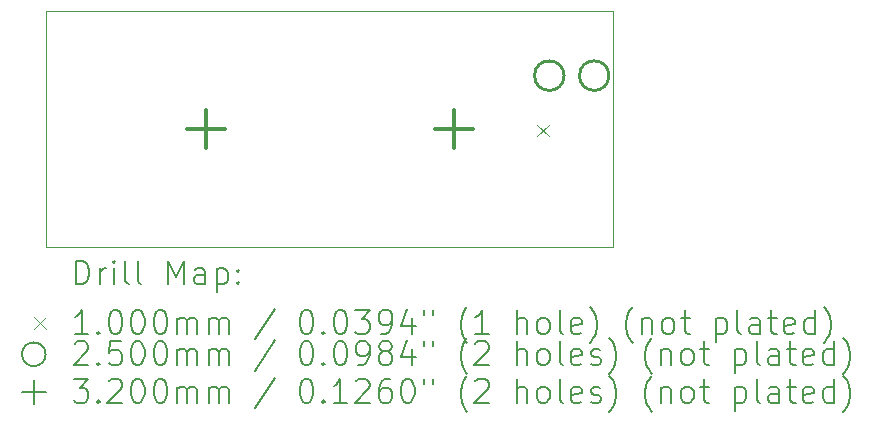
<source format=gbr>
%FSLAX45Y45*%
G04 Gerber Fmt 4.5, Leading zero omitted, Abs format (unit mm)*
G04 Created by KiCad (PCBNEW 6.0.2+dfsg-1) date 2022-08-15 18:10:56*
%MOMM*%
%LPD*%
G01*
G04 APERTURE LIST*
%TA.AperFunction,Profile*%
%ADD10C,0.100000*%
%TD*%
%ADD11C,0.200000*%
%ADD12C,0.100000*%
%ADD13C,0.250000*%
%ADD14C,0.320000*%
G04 APERTURE END LIST*
D10*
X12000000Y-5900000D02*
X12000000Y-3900000D01*
X12000000Y-3900000D02*
X16800000Y-3900000D01*
X16800000Y-5900000D02*
X12000000Y-5900000D01*
X16800000Y-3900000D02*
X16800000Y-5900000D01*
D11*
D12*
X16155000Y-4865000D02*
X16255000Y-4965000D01*
X16255000Y-4865000D02*
X16155000Y-4965000D01*
D13*
X16385000Y-4450000D02*
G75*
G03*
X16385000Y-4450000I-125000J0D01*
G01*
X16765000Y-4450000D02*
G75*
G03*
X16765000Y-4450000I-125000J0D01*
G01*
D14*
X13350000Y-4740000D02*
X13350000Y-5060000D01*
X13190000Y-4900000D02*
X13510000Y-4900000D01*
X15450000Y-4740000D02*
X15450000Y-5060000D01*
X15290000Y-4900000D02*
X15610000Y-4900000D01*
D11*
X12252619Y-6215476D02*
X12252619Y-6015476D01*
X12300238Y-6015476D01*
X12328809Y-6025000D01*
X12347857Y-6044048D01*
X12357381Y-6063095D01*
X12366905Y-6101190D01*
X12366905Y-6129762D01*
X12357381Y-6167857D01*
X12347857Y-6186905D01*
X12328809Y-6205952D01*
X12300238Y-6215476D01*
X12252619Y-6215476D01*
X12452619Y-6215476D02*
X12452619Y-6082143D01*
X12452619Y-6120238D02*
X12462143Y-6101190D01*
X12471667Y-6091667D01*
X12490714Y-6082143D01*
X12509762Y-6082143D01*
X12576428Y-6215476D02*
X12576428Y-6082143D01*
X12576428Y-6015476D02*
X12566905Y-6025000D01*
X12576428Y-6034524D01*
X12585952Y-6025000D01*
X12576428Y-6015476D01*
X12576428Y-6034524D01*
X12700238Y-6215476D02*
X12681190Y-6205952D01*
X12671667Y-6186905D01*
X12671667Y-6015476D01*
X12805000Y-6215476D02*
X12785952Y-6205952D01*
X12776428Y-6186905D01*
X12776428Y-6015476D01*
X13033571Y-6215476D02*
X13033571Y-6015476D01*
X13100238Y-6158333D01*
X13166905Y-6015476D01*
X13166905Y-6215476D01*
X13347857Y-6215476D02*
X13347857Y-6110714D01*
X13338333Y-6091667D01*
X13319286Y-6082143D01*
X13281190Y-6082143D01*
X13262143Y-6091667D01*
X13347857Y-6205952D02*
X13328809Y-6215476D01*
X13281190Y-6215476D01*
X13262143Y-6205952D01*
X13252619Y-6186905D01*
X13252619Y-6167857D01*
X13262143Y-6148809D01*
X13281190Y-6139286D01*
X13328809Y-6139286D01*
X13347857Y-6129762D01*
X13443095Y-6082143D02*
X13443095Y-6282143D01*
X13443095Y-6091667D02*
X13462143Y-6082143D01*
X13500238Y-6082143D01*
X13519286Y-6091667D01*
X13528809Y-6101190D01*
X13538333Y-6120238D01*
X13538333Y-6177381D01*
X13528809Y-6196428D01*
X13519286Y-6205952D01*
X13500238Y-6215476D01*
X13462143Y-6215476D01*
X13443095Y-6205952D01*
X13624048Y-6196428D02*
X13633571Y-6205952D01*
X13624048Y-6215476D01*
X13614524Y-6205952D01*
X13624048Y-6196428D01*
X13624048Y-6215476D01*
X13624048Y-6091667D02*
X13633571Y-6101190D01*
X13624048Y-6110714D01*
X13614524Y-6101190D01*
X13624048Y-6091667D01*
X13624048Y-6110714D01*
D12*
X11895000Y-6495000D02*
X11995000Y-6595000D01*
X11995000Y-6495000D02*
X11895000Y-6595000D01*
D11*
X12357381Y-6635476D02*
X12243095Y-6635476D01*
X12300238Y-6635476D02*
X12300238Y-6435476D01*
X12281190Y-6464048D01*
X12262143Y-6483095D01*
X12243095Y-6492619D01*
X12443095Y-6616428D02*
X12452619Y-6625952D01*
X12443095Y-6635476D01*
X12433571Y-6625952D01*
X12443095Y-6616428D01*
X12443095Y-6635476D01*
X12576428Y-6435476D02*
X12595476Y-6435476D01*
X12614524Y-6445000D01*
X12624048Y-6454524D01*
X12633571Y-6473571D01*
X12643095Y-6511667D01*
X12643095Y-6559286D01*
X12633571Y-6597381D01*
X12624048Y-6616428D01*
X12614524Y-6625952D01*
X12595476Y-6635476D01*
X12576428Y-6635476D01*
X12557381Y-6625952D01*
X12547857Y-6616428D01*
X12538333Y-6597381D01*
X12528809Y-6559286D01*
X12528809Y-6511667D01*
X12538333Y-6473571D01*
X12547857Y-6454524D01*
X12557381Y-6445000D01*
X12576428Y-6435476D01*
X12766905Y-6435476D02*
X12785952Y-6435476D01*
X12805000Y-6445000D01*
X12814524Y-6454524D01*
X12824048Y-6473571D01*
X12833571Y-6511667D01*
X12833571Y-6559286D01*
X12824048Y-6597381D01*
X12814524Y-6616428D01*
X12805000Y-6625952D01*
X12785952Y-6635476D01*
X12766905Y-6635476D01*
X12747857Y-6625952D01*
X12738333Y-6616428D01*
X12728809Y-6597381D01*
X12719286Y-6559286D01*
X12719286Y-6511667D01*
X12728809Y-6473571D01*
X12738333Y-6454524D01*
X12747857Y-6445000D01*
X12766905Y-6435476D01*
X12957381Y-6435476D02*
X12976428Y-6435476D01*
X12995476Y-6445000D01*
X13005000Y-6454524D01*
X13014524Y-6473571D01*
X13024048Y-6511667D01*
X13024048Y-6559286D01*
X13014524Y-6597381D01*
X13005000Y-6616428D01*
X12995476Y-6625952D01*
X12976428Y-6635476D01*
X12957381Y-6635476D01*
X12938333Y-6625952D01*
X12928809Y-6616428D01*
X12919286Y-6597381D01*
X12909762Y-6559286D01*
X12909762Y-6511667D01*
X12919286Y-6473571D01*
X12928809Y-6454524D01*
X12938333Y-6445000D01*
X12957381Y-6435476D01*
X13109762Y-6635476D02*
X13109762Y-6502143D01*
X13109762Y-6521190D02*
X13119286Y-6511667D01*
X13138333Y-6502143D01*
X13166905Y-6502143D01*
X13185952Y-6511667D01*
X13195476Y-6530714D01*
X13195476Y-6635476D01*
X13195476Y-6530714D02*
X13205000Y-6511667D01*
X13224048Y-6502143D01*
X13252619Y-6502143D01*
X13271667Y-6511667D01*
X13281190Y-6530714D01*
X13281190Y-6635476D01*
X13376428Y-6635476D02*
X13376428Y-6502143D01*
X13376428Y-6521190D02*
X13385952Y-6511667D01*
X13405000Y-6502143D01*
X13433571Y-6502143D01*
X13452619Y-6511667D01*
X13462143Y-6530714D01*
X13462143Y-6635476D01*
X13462143Y-6530714D02*
X13471667Y-6511667D01*
X13490714Y-6502143D01*
X13519286Y-6502143D01*
X13538333Y-6511667D01*
X13547857Y-6530714D01*
X13547857Y-6635476D01*
X13938333Y-6425952D02*
X13766905Y-6683095D01*
X14195476Y-6435476D02*
X14214524Y-6435476D01*
X14233571Y-6445000D01*
X14243095Y-6454524D01*
X14252619Y-6473571D01*
X14262143Y-6511667D01*
X14262143Y-6559286D01*
X14252619Y-6597381D01*
X14243095Y-6616428D01*
X14233571Y-6625952D01*
X14214524Y-6635476D01*
X14195476Y-6635476D01*
X14176428Y-6625952D01*
X14166905Y-6616428D01*
X14157381Y-6597381D01*
X14147857Y-6559286D01*
X14147857Y-6511667D01*
X14157381Y-6473571D01*
X14166905Y-6454524D01*
X14176428Y-6445000D01*
X14195476Y-6435476D01*
X14347857Y-6616428D02*
X14357381Y-6625952D01*
X14347857Y-6635476D01*
X14338333Y-6625952D01*
X14347857Y-6616428D01*
X14347857Y-6635476D01*
X14481190Y-6435476D02*
X14500238Y-6435476D01*
X14519286Y-6445000D01*
X14528809Y-6454524D01*
X14538333Y-6473571D01*
X14547857Y-6511667D01*
X14547857Y-6559286D01*
X14538333Y-6597381D01*
X14528809Y-6616428D01*
X14519286Y-6625952D01*
X14500238Y-6635476D01*
X14481190Y-6635476D01*
X14462143Y-6625952D01*
X14452619Y-6616428D01*
X14443095Y-6597381D01*
X14433571Y-6559286D01*
X14433571Y-6511667D01*
X14443095Y-6473571D01*
X14452619Y-6454524D01*
X14462143Y-6445000D01*
X14481190Y-6435476D01*
X14614524Y-6435476D02*
X14738333Y-6435476D01*
X14671667Y-6511667D01*
X14700238Y-6511667D01*
X14719286Y-6521190D01*
X14728809Y-6530714D01*
X14738333Y-6549762D01*
X14738333Y-6597381D01*
X14728809Y-6616428D01*
X14719286Y-6625952D01*
X14700238Y-6635476D01*
X14643095Y-6635476D01*
X14624048Y-6625952D01*
X14614524Y-6616428D01*
X14833571Y-6635476D02*
X14871667Y-6635476D01*
X14890714Y-6625952D01*
X14900238Y-6616428D01*
X14919286Y-6587857D01*
X14928809Y-6549762D01*
X14928809Y-6473571D01*
X14919286Y-6454524D01*
X14909762Y-6445000D01*
X14890714Y-6435476D01*
X14852619Y-6435476D01*
X14833571Y-6445000D01*
X14824048Y-6454524D01*
X14814524Y-6473571D01*
X14814524Y-6521190D01*
X14824048Y-6540238D01*
X14833571Y-6549762D01*
X14852619Y-6559286D01*
X14890714Y-6559286D01*
X14909762Y-6549762D01*
X14919286Y-6540238D01*
X14928809Y-6521190D01*
X15100238Y-6502143D02*
X15100238Y-6635476D01*
X15052619Y-6425952D02*
X15005000Y-6568809D01*
X15128809Y-6568809D01*
X15195476Y-6435476D02*
X15195476Y-6473571D01*
X15271667Y-6435476D02*
X15271667Y-6473571D01*
X15566905Y-6711667D02*
X15557381Y-6702143D01*
X15538333Y-6673571D01*
X15528809Y-6654524D01*
X15519286Y-6625952D01*
X15509762Y-6578333D01*
X15509762Y-6540238D01*
X15519286Y-6492619D01*
X15528809Y-6464048D01*
X15538333Y-6445000D01*
X15557381Y-6416428D01*
X15566905Y-6406905D01*
X15747857Y-6635476D02*
X15633571Y-6635476D01*
X15690714Y-6635476D02*
X15690714Y-6435476D01*
X15671667Y-6464048D01*
X15652619Y-6483095D01*
X15633571Y-6492619D01*
X15985952Y-6635476D02*
X15985952Y-6435476D01*
X16071667Y-6635476D02*
X16071667Y-6530714D01*
X16062143Y-6511667D01*
X16043095Y-6502143D01*
X16014524Y-6502143D01*
X15995476Y-6511667D01*
X15985952Y-6521190D01*
X16195476Y-6635476D02*
X16176428Y-6625952D01*
X16166905Y-6616428D01*
X16157381Y-6597381D01*
X16157381Y-6540238D01*
X16166905Y-6521190D01*
X16176428Y-6511667D01*
X16195476Y-6502143D01*
X16224048Y-6502143D01*
X16243095Y-6511667D01*
X16252619Y-6521190D01*
X16262143Y-6540238D01*
X16262143Y-6597381D01*
X16252619Y-6616428D01*
X16243095Y-6625952D01*
X16224048Y-6635476D01*
X16195476Y-6635476D01*
X16376428Y-6635476D02*
X16357381Y-6625952D01*
X16347857Y-6606905D01*
X16347857Y-6435476D01*
X16528809Y-6625952D02*
X16509762Y-6635476D01*
X16471667Y-6635476D01*
X16452619Y-6625952D01*
X16443095Y-6606905D01*
X16443095Y-6530714D01*
X16452619Y-6511667D01*
X16471667Y-6502143D01*
X16509762Y-6502143D01*
X16528809Y-6511667D01*
X16538333Y-6530714D01*
X16538333Y-6549762D01*
X16443095Y-6568809D01*
X16605000Y-6711667D02*
X16614524Y-6702143D01*
X16633571Y-6673571D01*
X16643095Y-6654524D01*
X16652619Y-6625952D01*
X16662143Y-6578333D01*
X16662143Y-6540238D01*
X16652619Y-6492619D01*
X16643095Y-6464048D01*
X16633571Y-6445000D01*
X16614524Y-6416428D01*
X16605000Y-6406905D01*
X16966905Y-6711667D02*
X16957381Y-6702143D01*
X16938333Y-6673571D01*
X16928810Y-6654524D01*
X16919286Y-6625952D01*
X16909762Y-6578333D01*
X16909762Y-6540238D01*
X16919286Y-6492619D01*
X16928810Y-6464048D01*
X16938333Y-6445000D01*
X16957381Y-6416428D01*
X16966905Y-6406905D01*
X17043095Y-6502143D02*
X17043095Y-6635476D01*
X17043095Y-6521190D02*
X17052619Y-6511667D01*
X17071667Y-6502143D01*
X17100238Y-6502143D01*
X17119286Y-6511667D01*
X17128810Y-6530714D01*
X17128810Y-6635476D01*
X17252619Y-6635476D02*
X17233571Y-6625952D01*
X17224048Y-6616428D01*
X17214524Y-6597381D01*
X17214524Y-6540238D01*
X17224048Y-6521190D01*
X17233571Y-6511667D01*
X17252619Y-6502143D01*
X17281190Y-6502143D01*
X17300238Y-6511667D01*
X17309762Y-6521190D01*
X17319286Y-6540238D01*
X17319286Y-6597381D01*
X17309762Y-6616428D01*
X17300238Y-6625952D01*
X17281190Y-6635476D01*
X17252619Y-6635476D01*
X17376429Y-6502143D02*
X17452619Y-6502143D01*
X17405000Y-6435476D02*
X17405000Y-6606905D01*
X17414524Y-6625952D01*
X17433571Y-6635476D01*
X17452619Y-6635476D01*
X17671667Y-6502143D02*
X17671667Y-6702143D01*
X17671667Y-6511667D02*
X17690714Y-6502143D01*
X17728810Y-6502143D01*
X17747857Y-6511667D01*
X17757381Y-6521190D01*
X17766905Y-6540238D01*
X17766905Y-6597381D01*
X17757381Y-6616428D01*
X17747857Y-6625952D01*
X17728810Y-6635476D01*
X17690714Y-6635476D01*
X17671667Y-6625952D01*
X17881190Y-6635476D02*
X17862143Y-6625952D01*
X17852619Y-6606905D01*
X17852619Y-6435476D01*
X18043095Y-6635476D02*
X18043095Y-6530714D01*
X18033571Y-6511667D01*
X18014524Y-6502143D01*
X17976429Y-6502143D01*
X17957381Y-6511667D01*
X18043095Y-6625952D02*
X18024048Y-6635476D01*
X17976429Y-6635476D01*
X17957381Y-6625952D01*
X17947857Y-6606905D01*
X17947857Y-6587857D01*
X17957381Y-6568809D01*
X17976429Y-6559286D01*
X18024048Y-6559286D01*
X18043095Y-6549762D01*
X18109762Y-6502143D02*
X18185952Y-6502143D01*
X18138333Y-6435476D02*
X18138333Y-6606905D01*
X18147857Y-6625952D01*
X18166905Y-6635476D01*
X18185952Y-6635476D01*
X18328810Y-6625952D02*
X18309762Y-6635476D01*
X18271667Y-6635476D01*
X18252619Y-6625952D01*
X18243095Y-6606905D01*
X18243095Y-6530714D01*
X18252619Y-6511667D01*
X18271667Y-6502143D01*
X18309762Y-6502143D01*
X18328810Y-6511667D01*
X18338333Y-6530714D01*
X18338333Y-6549762D01*
X18243095Y-6568809D01*
X18509762Y-6635476D02*
X18509762Y-6435476D01*
X18509762Y-6625952D02*
X18490714Y-6635476D01*
X18452619Y-6635476D01*
X18433571Y-6625952D01*
X18424048Y-6616428D01*
X18414524Y-6597381D01*
X18414524Y-6540238D01*
X18424048Y-6521190D01*
X18433571Y-6511667D01*
X18452619Y-6502143D01*
X18490714Y-6502143D01*
X18509762Y-6511667D01*
X18585952Y-6711667D02*
X18595476Y-6702143D01*
X18614524Y-6673571D01*
X18624048Y-6654524D01*
X18633571Y-6625952D01*
X18643095Y-6578333D01*
X18643095Y-6540238D01*
X18633571Y-6492619D01*
X18624048Y-6464048D01*
X18614524Y-6445000D01*
X18595476Y-6416428D01*
X18585952Y-6406905D01*
X11995000Y-6809000D02*
G75*
G03*
X11995000Y-6809000I-100000J0D01*
G01*
X12243095Y-6718524D02*
X12252619Y-6709000D01*
X12271667Y-6699476D01*
X12319286Y-6699476D01*
X12338333Y-6709000D01*
X12347857Y-6718524D01*
X12357381Y-6737571D01*
X12357381Y-6756619D01*
X12347857Y-6785190D01*
X12233571Y-6899476D01*
X12357381Y-6899476D01*
X12443095Y-6880428D02*
X12452619Y-6889952D01*
X12443095Y-6899476D01*
X12433571Y-6889952D01*
X12443095Y-6880428D01*
X12443095Y-6899476D01*
X12633571Y-6699476D02*
X12538333Y-6699476D01*
X12528809Y-6794714D01*
X12538333Y-6785190D01*
X12557381Y-6775667D01*
X12605000Y-6775667D01*
X12624048Y-6785190D01*
X12633571Y-6794714D01*
X12643095Y-6813762D01*
X12643095Y-6861381D01*
X12633571Y-6880428D01*
X12624048Y-6889952D01*
X12605000Y-6899476D01*
X12557381Y-6899476D01*
X12538333Y-6889952D01*
X12528809Y-6880428D01*
X12766905Y-6699476D02*
X12785952Y-6699476D01*
X12805000Y-6709000D01*
X12814524Y-6718524D01*
X12824048Y-6737571D01*
X12833571Y-6775667D01*
X12833571Y-6823286D01*
X12824048Y-6861381D01*
X12814524Y-6880428D01*
X12805000Y-6889952D01*
X12785952Y-6899476D01*
X12766905Y-6899476D01*
X12747857Y-6889952D01*
X12738333Y-6880428D01*
X12728809Y-6861381D01*
X12719286Y-6823286D01*
X12719286Y-6775667D01*
X12728809Y-6737571D01*
X12738333Y-6718524D01*
X12747857Y-6709000D01*
X12766905Y-6699476D01*
X12957381Y-6699476D02*
X12976428Y-6699476D01*
X12995476Y-6709000D01*
X13005000Y-6718524D01*
X13014524Y-6737571D01*
X13024048Y-6775667D01*
X13024048Y-6823286D01*
X13014524Y-6861381D01*
X13005000Y-6880428D01*
X12995476Y-6889952D01*
X12976428Y-6899476D01*
X12957381Y-6899476D01*
X12938333Y-6889952D01*
X12928809Y-6880428D01*
X12919286Y-6861381D01*
X12909762Y-6823286D01*
X12909762Y-6775667D01*
X12919286Y-6737571D01*
X12928809Y-6718524D01*
X12938333Y-6709000D01*
X12957381Y-6699476D01*
X13109762Y-6899476D02*
X13109762Y-6766143D01*
X13109762Y-6785190D02*
X13119286Y-6775667D01*
X13138333Y-6766143D01*
X13166905Y-6766143D01*
X13185952Y-6775667D01*
X13195476Y-6794714D01*
X13195476Y-6899476D01*
X13195476Y-6794714D02*
X13205000Y-6775667D01*
X13224048Y-6766143D01*
X13252619Y-6766143D01*
X13271667Y-6775667D01*
X13281190Y-6794714D01*
X13281190Y-6899476D01*
X13376428Y-6899476D02*
X13376428Y-6766143D01*
X13376428Y-6785190D02*
X13385952Y-6775667D01*
X13405000Y-6766143D01*
X13433571Y-6766143D01*
X13452619Y-6775667D01*
X13462143Y-6794714D01*
X13462143Y-6899476D01*
X13462143Y-6794714D02*
X13471667Y-6775667D01*
X13490714Y-6766143D01*
X13519286Y-6766143D01*
X13538333Y-6775667D01*
X13547857Y-6794714D01*
X13547857Y-6899476D01*
X13938333Y-6689952D02*
X13766905Y-6947095D01*
X14195476Y-6699476D02*
X14214524Y-6699476D01*
X14233571Y-6709000D01*
X14243095Y-6718524D01*
X14252619Y-6737571D01*
X14262143Y-6775667D01*
X14262143Y-6823286D01*
X14252619Y-6861381D01*
X14243095Y-6880428D01*
X14233571Y-6889952D01*
X14214524Y-6899476D01*
X14195476Y-6899476D01*
X14176428Y-6889952D01*
X14166905Y-6880428D01*
X14157381Y-6861381D01*
X14147857Y-6823286D01*
X14147857Y-6775667D01*
X14157381Y-6737571D01*
X14166905Y-6718524D01*
X14176428Y-6709000D01*
X14195476Y-6699476D01*
X14347857Y-6880428D02*
X14357381Y-6889952D01*
X14347857Y-6899476D01*
X14338333Y-6889952D01*
X14347857Y-6880428D01*
X14347857Y-6899476D01*
X14481190Y-6699476D02*
X14500238Y-6699476D01*
X14519286Y-6709000D01*
X14528809Y-6718524D01*
X14538333Y-6737571D01*
X14547857Y-6775667D01*
X14547857Y-6823286D01*
X14538333Y-6861381D01*
X14528809Y-6880428D01*
X14519286Y-6889952D01*
X14500238Y-6899476D01*
X14481190Y-6899476D01*
X14462143Y-6889952D01*
X14452619Y-6880428D01*
X14443095Y-6861381D01*
X14433571Y-6823286D01*
X14433571Y-6775667D01*
X14443095Y-6737571D01*
X14452619Y-6718524D01*
X14462143Y-6709000D01*
X14481190Y-6699476D01*
X14643095Y-6899476D02*
X14681190Y-6899476D01*
X14700238Y-6889952D01*
X14709762Y-6880428D01*
X14728809Y-6851857D01*
X14738333Y-6813762D01*
X14738333Y-6737571D01*
X14728809Y-6718524D01*
X14719286Y-6709000D01*
X14700238Y-6699476D01*
X14662143Y-6699476D01*
X14643095Y-6709000D01*
X14633571Y-6718524D01*
X14624048Y-6737571D01*
X14624048Y-6785190D01*
X14633571Y-6804238D01*
X14643095Y-6813762D01*
X14662143Y-6823286D01*
X14700238Y-6823286D01*
X14719286Y-6813762D01*
X14728809Y-6804238D01*
X14738333Y-6785190D01*
X14852619Y-6785190D02*
X14833571Y-6775667D01*
X14824048Y-6766143D01*
X14814524Y-6747095D01*
X14814524Y-6737571D01*
X14824048Y-6718524D01*
X14833571Y-6709000D01*
X14852619Y-6699476D01*
X14890714Y-6699476D01*
X14909762Y-6709000D01*
X14919286Y-6718524D01*
X14928809Y-6737571D01*
X14928809Y-6747095D01*
X14919286Y-6766143D01*
X14909762Y-6775667D01*
X14890714Y-6785190D01*
X14852619Y-6785190D01*
X14833571Y-6794714D01*
X14824048Y-6804238D01*
X14814524Y-6823286D01*
X14814524Y-6861381D01*
X14824048Y-6880428D01*
X14833571Y-6889952D01*
X14852619Y-6899476D01*
X14890714Y-6899476D01*
X14909762Y-6889952D01*
X14919286Y-6880428D01*
X14928809Y-6861381D01*
X14928809Y-6823286D01*
X14919286Y-6804238D01*
X14909762Y-6794714D01*
X14890714Y-6785190D01*
X15100238Y-6766143D02*
X15100238Y-6899476D01*
X15052619Y-6689952D02*
X15005000Y-6832809D01*
X15128809Y-6832809D01*
X15195476Y-6699476D02*
X15195476Y-6737571D01*
X15271667Y-6699476D02*
X15271667Y-6737571D01*
X15566905Y-6975667D02*
X15557381Y-6966143D01*
X15538333Y-6937571D01*
X15528809Y-6918524D01*
X15519286Y-6889952D01*
X15509762Y-6842333D01*
X15509762Y-6804238D01*
X15519286Y-6756619D01*
X15528809Y-6728048D01*
X15538333Y-6709000D01*
X15557381Y-6680428D01*
X15566905Y-6670905D01*
X15633571Y-6718524D02*
X15643095Y-6709000D01*
X15662143Y-6699476D01*
X15709762Y-6699476D01*
X15728809Y-6709000D01*
X15738333Y-6718524D01*
X15747857Y-6737571D01*
X15747857Y-6756619D01*
X15738333Y-6785190D01*
X15624048Y-6899476D01*
X15747857Y-6899476D01*
X15985952Y-6899476D02*
X15985952Y-6699476D01*
X16071667Y-6899476D02*
X16071667Y-6794714D01*
X16062143Y-6775667D01*
X16043095Y-6766143D01*
X16014524Y-6766143D01*
X15995476Y-6775667D01*
X15985952Y-6785190D01*
X16195476Y-6899476D02*
X16176428Y-6889952D01*
X16166905Y-6880428D01*
X16157381Y-6861381D01*
X16157381Y-6804238D01*
X16166905Y-6785190D01*
X16176428Y-6775667D01*
X16195476Y-6766143D01*
X16224048Y-6766143D01*
X16243095Y-6775667D01*
X16252619Y-6785190D01*
X16262143Y-6804238D01*
X16262143Y-6861381D01*
X16252619Y-6880428D01*
X16243095Y-6889952D01*
X16224048Y-6899476D01*
X16195476Y-6899476D01*
X16376428Y-6899476D02*
X16357381Y-6889952D01*
X16347857Y-6870905D01*
X16347857Y-6699476D01*
X16528809Y-6889952D02*
X16509762Y-6899476D01*
X16471667Y-6899476D01*
X16452619Y-6889952D01*
X16443095Y-6870905D01*
X16443095Y-6794714D01*
X16452619Y-6775667D01*
X16471667Y-6766143D01*
X16509762Y-6766143D01*
X16528809Y-6775667D01*
X16538333Y-6794714D01*
X16538333Y-6813762D01*
X16443095Y-6832809D01*
X16614524Y-6889952D02*
X16633571Y-6899476D01*
X16671667Y-6899476D01*
X16690714Y-6889952D01*
X16700238Y-6870905D01*
X16700238Y-6861381D01*
X16690714Y-6842333D01*
X16671667Y-6832809D01*
X16643095Y-6832809D01*
X16624048Y-6823286D01*
X16614524Y-6804238D01*
X16614524Y-6794714D01*
X16624048Y-6775667D01*
X16643095Y-6766143D01*
X16671667Y-6766143D01*
X16690714Y-6775667D01*
X16766905Y-6975667D02*
X16776428Y-6966143D01*
X16795476Y-6937571D01*
X16805000Y-6918524D01*
X16814524Y-6889952D01*
X16824048Y-6842333D01*
X16824048Y-6804238D01*
X16814524Y-6756619D01*
X16805000Y-6728048D01*
X16795476Y-6709000D01*
X16776428Y-6680428D01*
X16766905Y-6670905D01*
X17128810Y-6975667D02*
X17119286Y-6966143D01*
X17100238Y-6937571D01*
X17090714Y-6918524D01*
X17081190Y-6889952D01*
X17071667Y-6842333D01*
X17071667Y-6804238D01*
X17081190Y-6756619D01*
X17090714Y-6728048D01*
X17100238Y-6709000D01*
X17119286Y-6680428D01*
X17128810Y-6670905D01*
X17205000Y-6766143D02*
X17205000Y-6899476D01*
X17205000Y-6785190D02*
X17214524Y-6775667D01*
X17233571Y-6766143D01*
X17262143Y-6766143D01*
X17281190Y-6775667D01*
X17290714Y-6794714D01*
X17290714Y-6899476D01*
X17414524Y-6899476D02*
X17395476Y-6889952D01*
X17385952Y-6880428D01*
X17376429Y-6861381D01*
X17376429Y-6804238D01*
X17385952Y-6785190D01*
X17395476Y-6775667D01*
X17414524Y-6766143D01*
X17443095Y-6766143D01*
X17462143Y-6775667D01*
X17471667Y-6785190D01*
X17481190Y-6804238D01*
X17481190Y-6861381D01*
X17471667Y-6880428D01*
X17462143Y-6889952D01*
X17443095Y-6899476D01*
X17414524Y-6899476D01*
X17538333Y-6766143D02*
X17614524Y-6766143D01*
X17566905Y-6699476D02*
X17566905Y-6870905D01*
X17576429Y-6889952D01*
X17595476Y-6899476D01*
X17614524Y-6899476D01*
X17833571Y-6766143D02*
X17833571Y-6966143D01*
X17833571Y-6775667D02*
X17852619Y-6766143D01*
X17890714Y-6766143D01*
X17909762Y-6775667D01*
X17919286Y-6785190D01*
X17928810Y-6804238D01*
X17928810Y-6861381D01*
X17919286Y-6880428D01*
X17909762Y-6889952D01*
X17890714Y-6899476D01*
X17852619Y-6899476D01*
X17833571Y-6889952D01*
X18043095Y-6899476D02*
X18024048Y-6889952D01*
X18014524Y-6870905D01*
X18014524Y-6699476D01*
X18205000Y-6899476D02*
X18205000Y-6794714D01*
X18195476Y-6775667D01*
X18176429Y-6766143D01*
X18138333Y-6766143D01*
X18119286Y-6775667D01*
X18205000Y-6889952D02*
X18185952Y-6899476D01*
X18138333Y-6899476D01*
X18119286Y-6889952D01*
X18109762Y-6870905D01*
X18109762Y-6851857D01*
X18119286Y-6832809D01*
X18138333Y-6823286D01*
X18185952Y-6823286D01*
X18205000Y-6813762D01*
X18271667Y-6766143D02*
X18347857Y-6766143D01*
X18300238Y-6699476D02*
X18300238Y-6870905D01*
X18309762Y-6889952D01*
X18328810Y-6899476D01*
X18347857Y-6899476D01*
X18490714Y-6889952D02*
X18471667Y-6899476D01*
X18433571Y-6899476D01*
X18414524Y-6889952D01*
X18405000Y-6870905D01*
X18405000Y-6794714D01*
X18414524Y-6775667D01*
X18433571Y-6766143D01*
X18471667Y-6766143D01*
X18490714Y-6775667D01*
X18500238Y-6794714D01*
X18500238Y-6813762D01*
X18405000Y-6832809D01*
X18671667Y-6899476D02*
X18671667Y-6699476D01*
X18671667Y-6889952D02*
X18652619Y-6899476D01*
X18614524Y-6899476D01*
X18595476Y-6889952D01*
X18585952Y-6880428D01*
X18576429Y-6861381D01*
X18576429Y-6804238D01*
X18585952Y-6785190D01*
X18595476Y-6775667D01*
X18614524Y-6766143D01*
X18652619Y-6766143D01*
X18671667Y-6775667D01*
X18747857Y-6975667D02*
X18757381Y-6966143D01*
X18776429Y-6937571D01*
X18785952Y-6918524D01*
X18795476Y-6889952D01*
X18805000Y-6842333D01*
X18805000Y-6804238D01*
X18795476Y-6756619D01*
X18785952Y-6728048D01*
X18776429Y-6709000D01*
X18757381Y-6680428D01*
X18747857Y-6670905D01*
X11895000Y-7029000D02*
X11895000Y-7229000D01*
X11795000Y-7129000D02*
X11995000Y-7129000D01*
X12233571Y-7019476D02*
X12357381Y-7019476D01*
X12290714Y-7095667D01*
X12319286Y-7095667D01*
X12338333Y-7105190D01*
X12347857Y-7114714D01*
X12357381Y-7133762D01*
X12357381Y-7181381D01*
X12347857Y-7200428D01*
X12338333Y-7209952D01*
X12319286Y-7219476D01*
X12262143Y-7219476D01*
X12243095Y-7209952D01*
X12233571Y-7200428D01*
X12443095Y-7200428D02*
X12452619Y-7209952D01*
X12443095Y-7219476D01*
X12433571Y-7209952D01*
X12443095Y-7200428D01*
X12443095Y-7219476D01*
X12528809Y-7038524D02*
X12538333Y-7029000D01*
X12557381Y-7019476D01*
X12605000Y-7019476D01*
X12624048Y-7029000D01*
X12633571Y-7038524D01*
X12643095Y-7057571D01*
X12643095Y-7076619D01*
X12633571Y-7105190D01*
X12519286Y-7219476D01*
X12643095Y-7219476D01*
X12766905Y-7019476D02*
X12785952Y-7019476D01*
X12805000Y-7029000D01*
X12814524Y-7038524D01*
X12824048Y-7057571D01*
X12833571Y-7095667D01*
X12833571Y-7143286D01*
X12824048Y-7181381D01*
X12814524Y-7200428D01*
X12805000Y-7209952D01*
X12785952Y-7219476D01*
X12766905Y-7219476D01*
X12747857Y-7209952D01*
X12738333Y-7200428D01*
X12728809Y-7181381D01*
X12719286Y-7143286D01*
X12719286Y-7095667D01*
X12728809Y-7057571D01*
X12738333Y-7038524D01*
X12747857Y-7029000D01*
X12766905Y-7019476D01*
X12957381Y-7019476D02*
X12976428Y-7019476D01*
X12995476Y-7029000D01*
X13005000Y-7038524D01*
X13014524Y-7057571D01*
X13024048Y-7095667D01*
X13024048Y-7143286D01*
X13014524Y-7181381D01*
X13005000Y-7200428D01*
X12995476Y-7209952D01*
X12976428Y-7219476D01*
X12957381Y-7219476D01*
X12938333Y-7209952D01*
X12928809Y-7200428D01*
X12919286Y-7181381D01*
X12909762Y-7143286D01*
X12909762Y-7095667D01*
X12919286Y-7057571D01*
X12928809Y-7038524D01*
X12938333Y-7029000D01*
X12957381Y-7019476D01*
X13109762Y-7219476D02*
X13109762Y-7086143D01*
X13109762Y-7105190D02*
X13119286Y-7095667D01*
X13138333Y-7086143D01*
X13166905Y-7086143D01*
X13185952Y-7095667D01*
X13195476Y-7114714D01*
X13195476Y-7219476D01*
X13195476Y-7114714D02*
X13205000Y-7095667D01*
X13224048Y-7086143D01*
X13252619Y-7086143D01*
X13271667Y-7095667D01*
X13281190Y-7114714D01*
X13281190Y-7219476D01*
X13376428Y-7219476D02*
X13376428Y-7086143D01*
X13376428Y-7105190D02*
X13385952Y-7095667D01*
X13405000Y-7086143D01*
X13433571Y-7086143D01*
X13452619Y-7095667D01*
X13462143Y-7114714D01*
X13462143Y-7219476D01*
X13462143Y-7114714D02*
X13471667Y-7095667D01*
X13490714Y-7086143D01*
X13519286Y-7086143D01*
X13538333Y-7095667D01*
X13547857Y-7114714D01*
X13547857Y-7219476D01*
X13938333Y-7009952D02*
X13766905Y-7267095D01*
X14195476Y-7019476D02*
X14214524Y-7019476D01*
X14233571Y-7029000D01*
X14243095Y-7038524D01*
X14252619Y-7057571D01*
X14262143Y-7095667D01*
X14262143Y-7143286D01*
X14252619Y-7181381D01*
X14243095Y-7200428D01*
X14233571Y-7209952D01*
X14214524Y-7219476D01*
X14195476Y-7219476D01*
X14176428Y-7209952D01*
X14166905Y-7200428D01*
X14157381Y-7181381D01*
X14147857Y-7143286D01*
X14147857Y-7095667D01*
X14157381Y-7057571D01*
X14166905Y-7038524D01*
X14176428Y-7029000D01*
X14195476Y-7019476D01*
X14347857Y-7200428D02*
X14357381Y-7209952D01*
X14347857Y-7219476D01*
X14338333Y-7209952D01*
X14347857Y-7200428D01*
X14347857Y-7219476D01*
X14547857Y-7219476D02*
X14433571Y-7219476D01*
X14490714Y-7219476D02*
X14490714Y-7019476D01*
X14471667Y-7048048D01*
X14452619Y-7067095D01*
X14433571Y-7076619D01*
X14624048Y-7038524D02*
X14633571Y-7029000D01*
X14652619Y-7019476D01*
X14700238Y-7019476D01*
X14719286Y-7029000D01*
X14728809Y-7038524D01*
X14738333Y-7057571D01*
X14738333Y-7076619D01*
X14728809Y-7105190D01*
X14614524Y-7219476D01*
X14738333Y-7219476D01*
X14909762Y-7019476D02*
X14871667Y-7019476D01*
X14852619Y-7029000D01*
X14843095Y-7038524D01*
X14824048Y-7067095D01*
X14814524Y-7105190D01*
X14814524Y-7181381D01*
X14824048Y-7200428D01*
X14833571Y-7209952D01*
X14852619Y-7219476D01*
X14890714Y-7219476D01*
X14909762Y-7209952D01*
X14919286Y-7200428D01*
X14928809Y-7181381D01*
X14928809Y-7133762D01*
X14919286Y-7114714D01*
X14909762Y-7105190D01*
X14890714Y-7095667D01*
X14852619Y-7095667D01*
X14833571Y-7105190D01*
X14824048Y-7114714D01*
X14814524Y-7133762D01*
X15052619Y-7019476D02*
X15071667Y-7019476D01*
X15090714Y-7029000D01*
X15100238Y-7038524D01*
X15109762Y-7057571D01*
X15119286Y-7095667D01*
X15119286Y-7143286D01*
X15109762Y-7181381D01*
X15100238Y-7200428D01*
X15090714Y-7209952D01*
X15071667Y-7219476D01*
X15052619Y-7219476D01*
X15033571Y-7209952D01*
X15024048Y-7200428D01*
X15014524Y-7181381D01*
X15005000Y-7143286D01*
X15005000Y-7095667D01*
X15014524Y-7057571D01*
X15024048Y-7038524D01*
X15033571Y-7029000D01*
X15052619Y-7019476D01*
X15195476Y-7019476D02*
X15195476Y-7057571D01*
X15271667Y-7019476D02*
X15271667Y-7057571D01*
X15566905Y-7295667D02*
X15557381Y-7286143D01*
X15538333Y-7257571D01*
X15528809Y-7238524D01*
X15519286Y-7209952D01*
X15509762Y-7162333D01*
X15509762Y-7124238D01*
X15519286Y-7076619D01*
X15528809Y-7048048D01*
X15538333Y-7029000D01*
X15557381Y-7000428D01*
X15566905Y-6990905D01*
X15633571Y-7038524D02*
X15643095Y-7029000D01*
X15662143Y-7019476D01*
X15709762Y-7019476D01*
X15728809Y-7029000D01*
X15738333Y-7038524D01*
X15747857Y-7057571D01*
X15747857Y-7076619D01*
X15738333Y-7105190D01*
X15624048Y-7219476D01*
X15747857Y-7219476D01*
X15985952Y-7219476D02*
X15985952Y-7019476D01*
X16071667Y-7219476D02*
X16071667Y-7114714D01*
X16062143Y-7095667D01*
X16043095Y-7086143D01*
X16014524Y-7086143D01*
X15995476Y-7095667D01*
X15985952Y-7105190D01*
X16195476Y-7219476D02*
X16176428Y-7209952D01*
X16166905Y-7200428D01*
X16157381Y-7181381D01*
X16157381Y-7124238D01*
X16166905Y-7105190D01*
X16176428Y-7095667D01*
X16195476Y-7086143D01*
X16224048Y-7086143D01*
X16243095Y-7095667D01*
X16252619Y-7105190D01*
X16262143Y-7124238D01*
X16262143Y-7181381D01*
X16252619Y-7200428D01*
X16243095Y-7209952D01*
X16224048Y-7219476D01*
X16195476Y-7219476D01*
X16376428Y-7219476D02*
X16357381Y-7209952D01*
X16347857Y-7190905D01*
X16347857Y-7019476D01*
X16528809Y-7209952D02*
X16509762Y-7219476D01*
X16471667Y-7219476D01*
X16452619Y-7209952D01*
X16443095Y-7190905D01*
X16443095Y-7114714D01*
X16452619Y-7095667D01*
X16471667Y-7086143D01*
X16509762Y-7086143D01*
X16528809Y-7095667D01*
X16538333Y-7114714D01*
X16538333Y-7133762D01*
X16443095Y-7152809D01*
X16614524Y-7209952D02*
X16633571Y-7219476D01*
X16671667Y-7219476D01*
X16690714Y-7209952D01*
X16700238Y-7190905D01*
X16700238Y-7181381D01*
X16690714Y-7162333D01*
X16671667Y-7152809D01*
X16643095Y-7152809D01*
X16624048Y-7143286D01*
X16614524Y-7124238D01*
X16614524Y-7114714D01*
X16624048Y-7095667D01*
X16643095Y-7086143D01*
X16671667Y-7086143D01*
X16690714Y-7095667D01*
X16766905Y-7295667D02*
X16776428Y-7286143D01*
X16795476Y-7257571D01*
X16805000Y-7238524D01*
X16814524Y-7209952D01*
X16824048Y-7162333D01*
X16824048Y-7124238D01*
X16814524Y-7076619D01*
X16805000Y-7048048D01*
X16795476Y-7029000D01*
X16776428Y-7000428D01*
X16766905Y-6990905D01*
X17128810Y-7295667D02*
X17119286Y-7286143D01*
X17100238Y-7257571D01*
X17090714Y-7238524D01*
X17081190Y-7209952D01*
X17071667Y-7162333D01*
X17071667Y-7124238D01*
X17081190Y-7076619D01*
X17090714Y-7048048D01*
X17100238Y-7029000D01*
X17119286Y-7000428D01*
X17128810Y-6990905D01*
X17205000Y-7086143D02*
X17205000Y-7219476D01*
X17205000Y-7105190D02*
X17214524Y-7095667D01*
X17233571Y-7086143D01*
X17262143Y-7086143D01*
X17281190Y-7095667D01*
X17290714Y-7114714D01*
X17290714Y-7219476D01*
X17414524Y-7219476D02*
X17395476Y-7209952D01*
X17385952Y-7200428D01*
X17376429Y-7181381D01*
X17376429Y-7124238D01*
X17385952Y-7105190D01*
X17395476Y-7095667D01*
X17414524Y-7086143D01*
X17443095Y-7086143D01*
X17462143Y-7095667D01*
X17471667Y-7105190D01*
X17481190Y-7124238D01*
X17481190Y-7181381D01*
X17471667Y-7200428D01*
X17462143Y-7209952D01*
X17443095Y-7219476D01*
X17414524Y-7219476D01*
X17538333Y-7086143D02*
X17614524Y-7086143D01*
X17566905Y-7019476D02*
X17566905Y-7190905D01*
X17576429Y-7209952D01*
X17595476Y-7219476D01*
X17614524Y-7219476D01*
X17833571Y-7086143D02*
X17833571Y-7286143D01*
X17833571Y-7095667D02*
X17852619Y-7086143D01*
X17890714Y-7086143D01*
X17909762Y-7095667D01*
X17919286Y-7105190D01*
X17928810Y-7124238D01*
X17928810Y-7181381D01*
X17919286Y-7200428D01*
X17909762Y-7209952D01*
X17890714Y-7219476D01*
X17852619Y-7219476D01*
X17833571Y-7209952D01*
X18043095Y-7219476D02*
X18024048Y-7209952D01*
X18014524Y-7190905D01*
X18014524Y-7019476D01*
X18205000Y-7219476D02*
X18205000Y-7114714D01*
X18195476Y-7095667D01*
X18176429Y-7086143D01*
X18138333Y-7086143D01*
X18119286Y-7095667D01*
X18205000Y-7209952D02*
X18185952Y-7219476D01*
X18138333Y-7219476D01*
X18119286Y-7209952D01*
X18109762Y-7190905D01*
X18109762Y-7171857D01*
X18119286Y-7152809D01*
X18138333Y-7143286D01*
X18185952Y-7143286D01*
X18205000Y-7133762D01*
X18271667Y-7086143D02*
X18347857Y-7086143D01*
X18300238Y-7019476D02*
X18300238Y-7190905D01*
X18309762Y-7209952D01*
X18328810Y-7219476D01*
X18347857Y-7219476D01*
X18490714Y-7209952D02*
X18471667Y-7219476D01*
X18433571Y-7219476D01*
X18414524Y-7209952D01*
X18405000Y-7190905D01*
X18405000Y-7114714D01*
X18414524Y-7095667D01*
X18433571Y-7086143D01*
X18471667Y-7086143D01*
X18490714Y-7095667D01*
X18500238Y-7114714D01*
X18500238Y-7133762D01*
X18405000Y-7152809D01*
X18671667Y-7219476D02*
X18671667Y-7019476D01*
X18671667Y-7209952D02*
X18652619Y-7219476D01*
X18614524Y-7219476D01*
X18595476Y-7209952D01*
X18585952Y-7200428D01*
X18576429Y-7181381D01*
X18576429Y-7124238D01*
X18585952Y-7105190D01*
X18595476Y-7095667D01*
X18614524Y-7086143D01*
X18652619Y-7086143D01*
X18671667Y-7095667D01*
X18747857Y-7295667D02*
X18757381Y-7286143D01*
X18776429Y-7257571D01*
X18785952Y-7238524D01*
X18795476Y-7209952D01*
X18805000Y-7162333D01*
X18805000Y-7124238D01*
X18795476Y-7076619D01*
X18785952Y-7048048D01*
X18776429Y-7029000D01*
X18757381Y-7000428D01*
X18747857Y-6990905D01*
M02*

</source>
